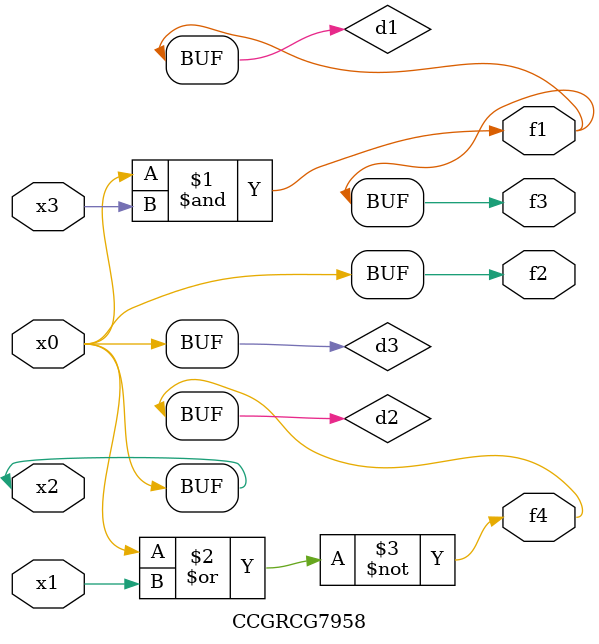
<source format=v>
module CCGRCG7958(
	input x0, x1, x2, x3,
	output f1, f2, f3, f4
);

	wire d1, d2, d3;

	and (d1, x2, x3);
	nor (d2, x0, x1);
	buf (d3, x0, x2);
	assign f1 = d1;
	assign f2 = d3;
	assign f3 = d1;
	assign f4 = d2;
endmodule

</source>
